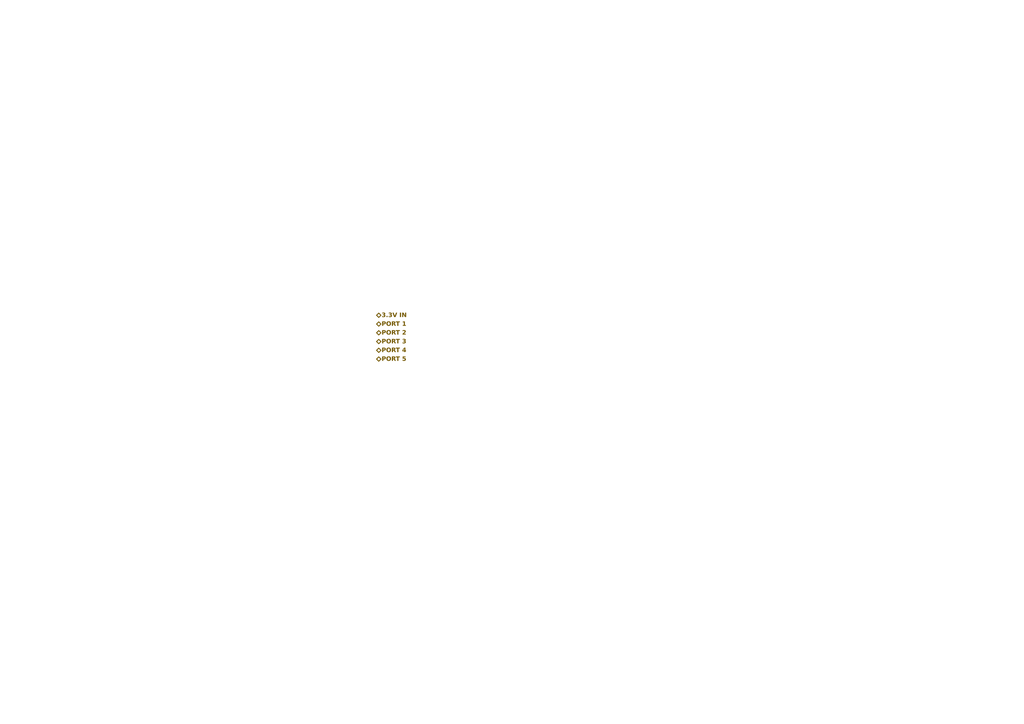
<source format=kicad_sch>
(kicad_sch
	(version 20240101)
	(generator "eeschema")
	(generator_version "8.99")
	(uuid "9656877e-9947-4465-b8a7-40790b2fc774")
	(paper "A4")
	(lib_symbols)
	(hierarchical_label "PORT 1"
		(shape bidirectional)
		(at 109.22 93.98 0)
		(fields_autoplaced yes)
		(effects
			(font
				(face "JetBrains Mono")
				(size 1.27 1.27)
				(thickness 0.254)
				(bold yes)
			)
			(justify left)
		)
		(uuid "01781eeb-5ef6-48a0-aff9-369b559b80de")
	)
	(hierarchical_label "PORT 3"
		(shape bidirectional)
		(at 109.22 99.06 0)
		(fields_autoplaced yes)
		(effects
			(font
				(face "JetBrains Mono")
				(size 1.27 1.27)
				(thickness 0.254)
				(bold yes)
			)
			(justify left)
		)
		(uuid "126421d9-9944-48f8-83af-e4bfeb158691")
	)
	(hierarchical_label "PORT 5"
		(shape bidirectional)
		(at 109.22 104.14 0)
		(fields_autoplaced yes)
		(effects
			(font
				(face "JetBrains Mono")
				(size 1.27 1.27)
				(thickness 0.254)
				(bold yes)
			)
			(justify left)
		)
		(uuid "2d95ce1f-0555-4de6-91f6-b7191b4d708b")
	)
	(hierarchical_label "PORT 2"
		(shape bidirectional)
		(at 109.22 96.52 0)
		(fields_autoplaced yes)
		(effects
			(font
				(face "JetBrains Mono")
				(size 1.27 1.27)
				(thickness 0.254)
				(bold yes)
			)
			(justify left)
		)
		(uuid "774bc39e-b51b-47a7-a6ec-86db3476bf71")
	)
	(hierarchical_label "3.3V IN"
		(shape bidirectional)
		(at 109.22 91.44 0)
		(fields_autoplaced yes)
		(effects
			(font
				(face "JetBrains Mono")
				(size 1.27 1.27)
				(thickness 0.254)
				(bold yes)
			)
			(justify left)
		)
		(uuid "89f26e55-632c-45c1-b52e-0327d1fe8083")
	)
	(hierarchical_label "PORT 4"
		(shape bidirectional)
		(at 109.22 101.6 0)
		(fields_autoplaced yes)
		(effects
			(font
				(face "JetBrains Mono")
				(size 1.27 1.27)
				(thickness 0.254)
				(bold yes)
			)
			(justify left)
		)
		(uuid "ac20a6a9-bf86-42df-9e5b-b3f439522944")
	)
)
</source>
